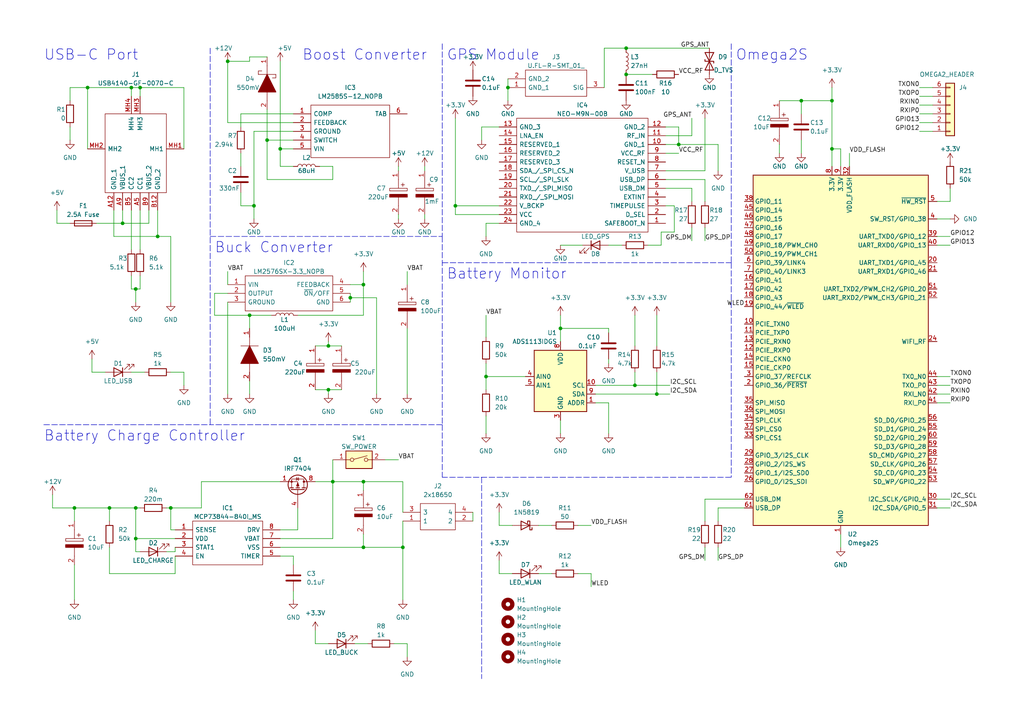
<source format=kicad_sch>
(kicad_sch (version 20211123) (generator eeschema)
  (paper "A4")
  (junction (at 147.32 25.4))
  (junction (at 77.47 40.64))
  (junction (at 132.08 59.69))
  (junction (at 241.3 43.18))
  (junction (at 39.37 147.32))
  (junction (at 101.6 86.36))
  (junction (at 72.39 91.44))
  (junction (at 241.3 29.21))
  (junction (at 25.4 25.4))
  (junction (at 190.5 114.3))
  (junction (at 162.56 95.25))
  (junction (at 184.15 111.76))
  (junction (at 39.37 83.82))
  (junction (at 73.66 59.69))
  (junction (at 66.04 17.78))
  (junction (at 96.52 139.7))
  (junction (at 21.59 147.32))
  (junction (at 181.61 21.59))
  (junction (at 105.41 139.7))
  (junction (at 31.75 147.32))
  (junction (at 116.84 158.75))
  (junction (at 105.41 158.75))
  (junction (at 39.37 156.21))
  (junction (at 35.56 64.77))
  (junction (at 95.25 113.03))
  (junction (at 105.41 82.55))
  (junction (at 45.72 68.58))
  (junction (at 232.41 29.21))
  (junction (at 181.61 13.97))
  (junction (at 40.64 25.4))
  (junction (at 196.85 41.91))
  (junction (at 38.1 25.4))
  (junction (at 81.28 43.18))
  (junction (at 140.97 109.22))
  (junction (at 95.25 100.33))
  (junction (at 49.53 147.32))
  (wire (pts (xy 176.53 116.84) (xy 176.53 125.73)))
  (wire (pts (xy 35.56 60.96) (xy 35.56 64.77)))
  (wire (pts (xy 73.66 63.5) (xy 73.66 59.69)))
  (wire (pts (xy 66.04 35.56) (xy 66.04 17.78)))
  (wire (pts (xy 72.39 110.49) (xy 72.39 114.3)))
  (wire (pts (xy 106.68 186.69) (xy 102.87 186.69)))
  (wire (pts (xy 115.57 62.23) (xy 115.57 63.5)))
  (wire (pts (xy 25.4 25.4) (xy 25.4 43.18)))
  (wire (pts (xy 62.23 91.44) (xy 72.39 91.44)))
  (polyline (pts (xy 60.96 68.58) (xy 128.27 68.58)))
  (wire (pts (xy 176.53 95.25) (xy 176.53 96.52)))
  (wire (pts (xy 69.85 59.69) (xy 73.66 59.69)))
  (wire (pts (xy 21.59 147.32) (xy 31.75 147.32)))
  (wire (pts (xy 144.78 166.37) (xy 148.59 166.37)))
  (wire (pts (xy 215.9 147.32) (xy 208.28 147.32)))
  (wire (pts (xy 62.23 85.09) (xy 66.04 85.09)))
  (wire (pts (xy 204.47 162.56) (xy 204.47 158.75)))
  (wire (pts (xy 96.52 133.35) (xy 96.52 139.7)))
  (polyline (pts (xy 128.27 68.58) (xy 128.27 123.19)))
  (wire (pts (xy 16.51 64.77) (xy 20.32 64.77)))
  (wire (pts (xy 26.67 107.95) (xy 30.48 107.95)))
  (wire (pts (xy 38.1 83.82) (xy 39.37 83.82)))
  (wire (pts (xy 38.1 25.4) (xy 38.1 27.94)))
  (polyline (pts (xy 139.7 138.43) (xy 139.7 196.85)))
  (wire (pts (xy 95.25 100.33) (xy 99.06 100.33)))
  (wire (pts (xy 144.78 148.59) (xy 144.78 152.4)))
  (wire (pts (xy 39.37 156.21) (xy 39.37 147.32)))
  (polyline (pts (xy 60.96 13.97) (xy 60.96 123.19)))
  (wire (pts (xy 162.56 95.25) (xy 162.56 99.06)))
  (wire (pts (xy 81.28 43.18) (xy 81.28 48.26)))
  (wire (pts (xy 53.34 107.95) (xy 49.53 107.95)))
  (polyline (pts (xy 128.27 123.19) (xy 128.27 138.43)))
  (wire (pts (xy 91.44 186.69) (xy 95.25 186.69)))
  (wire (pts (xy 195.58 59.69) (xy 195.58 67.31)))
  (wire (pts (xy 85.09 161.29) (xy 85.09 163.83)))
  (wire (pts (xy 115.57 133.35) (xy 111.76 133.35)))
  (wire (pts (xy 208.28 41.91) (xy 196.85 41.91)))
  (wire (pts (xy 123.19 62.23) (xy 123.19 63.5)))
  (wire (pts (xy 271.78 144.78) (xy 275.59 144.78)))
  (wire (pts (xy 144.78 162.56) (xy 144.78 166.37)))
  (wire (pts (xy 27.94 64.77) (xy 35.56 64.77)))
  (wire (pts (xy 243.84 43.18) (xy 241.3 43.18)))
  (wire (pts (xy 266.7 38.1) (xy 270.51 38.1)))
  (wire (pts (xy 226.06 29.21) (xy 232.41 29.21)))
  (wire (pts (xy 96.52 139.7) (xy 105.41 139.7)))
  (wire (pts (xy 132.08 62.23) (xy 144.78 62.23)))
  (wire (pts (xy 73.66 38.1) (xy 85.09 38.1)))
  (wire (pts (xy 26.67 104.14) (xy 26.67 107.95)))
  (wire (pts (xy 77.47 16.51) (xy 72.39 16.51)))
  (wire (pts (xy 232.41 29.21) (xy 232.41 33.02)))
  (polyline (pts (xy 212.09 138.43) (xy 128.27 138.43)))
  (wire (pts (xy 33.02 60.96) (xy 33.02 68.58)))
  (wire (pts (xy 123.19 48.26) (xy 123.19 49.53)))
  (wire (pts (xy 266.7 30.48) (xy 270.51 30.48)))
  (wire (pts (xy 39.37 87.63) (xy 39.37 83.82)))
  (wire (pts (xy 31.75 158.75) (xy 31.75 166.37)))
  (wire (pts (xy 160.02 152.4) (xy 156.21 152.4)))
  (wire (pts (xy 69.85 33.02) (xy 85.09 33.02)))
  (wire (pts (xy 118.11 186.69) (xy 114.3 186.69)))
  (wire (pts (xy 40.64 25.4) (xy 38.1 25.4)))
  (wire (pts (xy 41.91 107.95) (xy 38.1 107.95)))
  (wire (pts (xy 72.39 91.44) (xy 72.39 95.25)))
  (wire (pts (xy 105.41 82.55) (xy 105.41 91.44)))
  (wire (pts (xy 20.32 29.21) (xy 20.32 25.4)))
  (wire (pts (xy 200.66 54.61) (xy 200.66 58.42)))
  (wire (pts (xy 140.97 68.58) (xy 140.97 64.77)))
  (wire (pts (xy 139.7 36.83) (xy 144.78 36.83)))
  (wire (pts (xy 275.59 109.22) (xy 271.78 109.22)))
  (wire (pts (xy 95.25 113.03) (xy 95.25 114.3)))
  (wire (pts (xy 191.77 67.31) (xy 191.77 71.12)))
  (wire (pts (xy 275.59 68.58) (xy 271.78 68.58)))
  (wire (pts (xy 53.34 43.18) (xy 53.34 25.4)))
  (wire (pts (xy 275.59 111.76) (xy 271.78 111.76)))
  (wire (pts (xy 208.28 162.56) (xy 208.28 158.75)))
  (wire (pts (xy 95.25 99.06) (xy 95.25 100.33)))
  (wire (pts (xy 190.5 107.95) (xy 190.5 114.3)))
  (wire (pts (xy 72.39 91.44) (xy 78.74 91.44)))
  (wire (pts (xy 105.41 154.94) (xy 105.41 158.75)))
  (wire (pts (xy 62.23 85.09) (xy 62.23 91.44)))
  (wire (pts (xy 246.38 44.45) (xy 246.38 48.26)))
  (wire (pts (xy 49.53 147.32) (xy 49.53 153.67)))
  (wire (pts (xy 172.72 111.76) (xy 184.15 111.76)))
  (wire (pts (xy 266.7 25.4) (xy 270.51 25.4)))
  (wire (pts (xy 208.28 147.32) (xy 208.28 151.13)))
  (wire (pts (xy 275.59 116.84) (xy 271.78 116.84)))
  (wire (pts (xy 38.1 72.39) (xy 38.1 60.96)))
  (wire (pts (xy 105.41 158.75) (xy 116.84 158.75)))
  (wire (pts (xy 226.06 41.91) (xy 226.06 44.45)))
  (wire (pts (xy 184.15 107.95) (xy 184.15 111.76)))
  (wire (pts (xy 40.64 160.02) (xy 39.37 160.02)))
  (wire (pts (xy 147.32 22.86) (xy 147.32 25.4)))
  (wire (pts (xy 196.85 44.45) (xy 193.04 44.45)))
  (wire (pts (xy 40.64 72.39) (xy 40.64 60.96)))
  (wire (pts (xy 31.75 166.37) (xy 50.8 166.37)))
  (wire (pts (xy 58.42 139.7) (xy 81.28 139.7)))
  (wire (pts (xy 243.84 48.26) (xy 243.84 43.18)))
  (wire (pts (xy 171.45 166.37) (xy 167.64 166.37)))
  (wire (pts (xy 53.34 25.4) (xy 40.64 25.4)))
  (wire (pts (xy 275.59 58.42) (xy 271.78 58.42)))
  (wire (pts (xy 105.41 139.7) (xy 116.84 139.7)))
  (polyline (pts (xy 128.27 123.19) (xy 60.96 123.19)))
  (wire (pts (xy 204.47 34.29) (xy 204.47 49.53)))
  (wire (pts (xy 20.32 25.4) (xy 25.4 25.4)))
  (wire (pts (xy 215.9 144.78) (xy 204.47 144.78)))
  (wire (pts (xy 72.39 17.78) (xy 66.04 17.78)))
  (wire (pts (xy 162.56 71.12) (xy 168.91 71.12)))
  (wire (pts (xy 204.47 144.78) (xy 204.47 151.13)))
  (wire (pts (xy 38.1 80.01) (xy 38.1 83.82)))
  (wire (pts (xy 81.28 17.78) (xy 81.28 43.18)))
  (wire (pts (xy 140.97 109.22) (xy 140.97 113.03)))
  (wire (pts (xy 275.59 71.12) (xy 271.78 71.12)))
  (wire (pts (xy 35.56 64.77) (xy 43.18 64.77)))
  (wire (pts (xy 85.09 35.56) (xy 66.04 35.56)))
  (wire (pts (xy 40.64 83.82) (xy 40.64 80.01)))
  (wire (pts (xy 193.04 36.83) (xy 196.85 36.83)))
  (wire (pts (xy 140.97 109.22) (xy 152.4 109.22)))
  (wire (pts (xy 39.37 147.32) (xy 40.64 147.32)))
  (wire (pts (xy 162.56 95.25) (xy 176.53 95.25)))
  (wire (pts (xy 69.85 44.45) (xy 69.85 48.26)))
  (wire (pts (xy 105.41 78.74) (xy 105.41 82.55)))
  (wire (pts (xy 15.24 143.51) (xy 15.24 147.32)))
  (wire (pts (xy 140.97 64.77) (xy 144.78 64.77)))
  (wire (pts (xy 39.37 156.21) (xy 50.8 156.21)))
  (wire (pts (xy 96.52 139.7) (xy 96.52 156.21)))
  (wire (pts (xy 72.39 16.51) (xy 72.39 17.78)))
  (wire (pts (xy 43.18 64.77) (xy 43.18 60.96)))
  (wire (pts (xy 180.34 71.12) (xy 176.53 71.12)))
  (wire (pts (xy 48.26 147.32) (xy 49.53 147.32)))
  (wire (pts (xy 109.22 114.3) (xy 109.22 86.36)))
  (wire (pts (xy 200.66 69.85) (xy 200.66 66.04)))
  (wire (pts (xy 81.28 43.18) (xy 85.09 43.18)))
  (wire (pts (xy 81.28 48.26) (xy 85.09 48.26)))
  (wire (pts (xy 91.44 139.7) (xy 96.52 139.7)))
  (wire (pts (xy 200.66 34.29) (xy 200.66 39.37)))
  (wire (pts (xy 275.59 114.3) (xy 271.78 114.3)))
  (wire (pts (xy 81.28 161.29) (xy 85.09 161.29)))
  (wire (pts (xy 86.36 91.44) (xy 105.41 91.44)))
  (wire (pts (xy 204.47 52.07) (xy 204.47 58.42)))
  (wire (pts (xy 69.85 36.83) (xy 69.85 33.02)))
  (wire (pts (xy 266.7 33.02) (xy 270.51 33.02)))
  (wire (pts (xy 109.22 86.36) (xy 101.6 86.36)))
  (wire (pts (xy 196.85 36.83) (xy 196.85 41.91)))
  (wire (pts (xy 66.04 78.74) (xy 66.04 82.55)))
  (wire (pts (xy 21.59 151.13) (xy 21.59 147.32)))
  (wire (pts (xy 77.47 52.07) (xy 96.52 52.07)))
  (wire (pts (xy 86.36 147.32) (xy 86.36 153.67)))
  (wire (pts (xy 91.44 182.88) (xy 91.44 186.69)))
  (wire (pts (xy 187.96 71.12) (xy 191.77 71.12)))
  (wire (pts (xy 162.56 125.73) (xy 162.56 121.92)))
  (wire (pts (xy 193.04 54.61) (xy 200.66 54.61)))
  (wire (pts (xy 73.66 38.1) (xy 73.66 59.69)))
  (wire (pts (xy 171.45 152.4) (xy 167.64 152.4)))
  (wire (pts (xy 184.15 91.44) (xy 184.15 100.33)))
  (wire (pts (xy 116.84 151.13) (xy 116.84 158.75)))
  (wire (pts (xy 118.11 78.74) (xy 118.11 82.55)))
  (wire (pts (xy 116.84 139.7) (xy 116.84 148.59)))
  (wire (pts (xy 15.24 147.32) (xy 21.59 147.32)))
  (wire (pts (xy 132.08 59.69) (xy 144.78 59.69)))
  (wire (pts (xy 160.02 166.37) (xy 156.21 166.37)))
  (wire (pts (xy 137.16 148.59) (xy 137.16 151.13)))
  (wire (pts (xy 175.26 13.97) (xy 175.26 25.4)))
  (wire (pts (xy 271.78 63.5) (xy 275.59 63.5)))
  (wire (pts (xy 241.3 29.21) (xy 241.3 43.18)))
  (wire (pts (xy 20.32 40.64) (xy 20.32 36.83)))
  (wire (pts (xy 33.02 68.58) (xy 45.72 68.58)))
  (wire (pts (xy 266.7 35.56) (xy 270.51 35.56)))
  (wire (pts (xy 200.66 39.37) (xy 193.04 39.37)))
  (polyline (pts (xy 128.27 12.7) (xy 128.27 68.58)))
  (wire (pts (xy 101.6 86.36) (xy 101.6 87.63)))
  (wire (pts (xy 66.04 87.63) (xy 66.04 114.3)))
  (wire (pts (xy 195.58 67.31) (xy 191.77 67.31)))
  (wire (pts (xy 53.34 111.76) (xy 53.34 107.95)))
  (wire (pts (xy 91.44 100.33) (xy 95.25 100.33)))
  (wire (pts (xy 48.26 160.02) (xy 50.8 160.02)))
  (wire (pts (xy 275.59 54.61) (xy 275.59 58.42)))
  (wire (pts (xy 116.84 158.75) (xy 116.84 173.99)))
  (wire (pts (xy 31.75 147.32) (xy 39.37 147.32)))
  (wire (pts (xy 144.78 152.4) (xy 148.59 152.4)))
  (wire (pts (xy 115.57 48.26) (xy 115.57 49.53)))
  (wire (pts (xy 171.45 170.18) (xy 171.45 166.37)))
  (wire (pts (xy 118.11 95.25) (xy 118.11 114.3)))
  (wire (pts (xy 241.3 29.21) (xy 232.41 29.21)))
  (wire (pts (xy 81.28 158.75) (xy 105.41 158.75)))
  (wire (pts (xy 132.08 34.29) (xy 132.08 59.69)))
  (wire (pts (xy 77.47 52.07) (xy 77.47 40.64)))
  (wire (pts (xy 243.84 158.75) (xy 243.84 154.94)))
  (wire (pts (xy 181.61 13.97) (xy 205.74 13.97)))
  (wire (pts (xy 139.7 40.64) (xy 139.7 36.83)))
  (wire (pts (xy 193.04 49.53) (xy 204.47 49.53)))
  (wire (pts (xy 45.72 68.58) (xy 45.72 60.96)))
  (wire (pts (xy 147.32 29.21) (xy 147.32 25.4)))
  (wire (pts (xy 49.53 147.32) (xy 58.42 147.32)))
  (wire (pts (xy 266.7 27.94) (xy 270.51 27.94)))
  (wire (pts (xy 140.97 91.44) (xy 140.97 97.79)))
  (wire (pts (xy 77.47 40.64) (xy 85.09 40.64)))
  (wire (pts (xy 118.11 190.5) (xy 118.11 186.69)))
  (wire (pts (xy 45.72 68.58) (xy 49.53 68.58)))
  (wire (pts (xy 39.37 83.82) (xy 40.64 83.82)))
  (wire (pts (xy 69.85 59.69) (xy 69.85 55.88)))
  (wire (pts (xy 21.59 163.83) (xy 21.59 173.99)))
  (polyline (pts (xy 212.09 12.7) (xy 212.09 76.2)))
  (wire (pts (xy 40.64 27.94) (xy 40.64 25.4)))
  (wire (pts (xy 31.75 147.32) (xy 31.75 151.13)))
  (wire (pts (xy 95.25 113.03) (xy 99.06 113.03)))
  (wire (pts (xy 50.8 166.37) (xy 50.8 161.29)))
  (wire (pts (xy 176.53 104.14) (xy 176.53 105.41)))
  (wire (pts (xy 241.3 25.4) (xy 241.3 29.21)))
  (wire (pts (xy 39.37 160.02) (xy 39.37 156.21)))
  (wire (pts (xy 77.47 31.75) (xy 77.47 40.64)))
  (wire (pts (xy 92.71 48.26) (xy 96.52 48.26)))
  (wire (pts (xy 193.04 52.07) (xy 204.47 52.07)))
  (wire (pts (xy 208.28 49.53) (xy 208.28 41.91)))
  (wire (pts (xy 175.26 13.97) (xy 181.61 13.97)))
  (wire (pts (xy 58.42 147.32) (xy 58.42 139.7)))
  (wire (pts (xy 232.41 44.45) (xy 232.41 40.64)))
  (wire (pts (xy 132.08 59.69) (xy 132.08 62.23)))
  (wire (pts (xy 96.52 48.26) (xy 96.52 52.07)))
  (wire (pts (xy 190.5 91.44) (xy 190.5 100.33)))
  (wire (pts (xy 190.5 114.3) (xy 194.31 114.3)))
  (wire (pts (xy 38.1 25.4) (xy 25.4 25.4)))
  (wire (pts (xy 91.44 113.03) (xy 95.25 113.03)))
  (wire (pts (xy 101.6 85.09) (xy 101.6 86.36)))
  (wire (pts (xy 96.52 156.21) (xy 81.28 156.21)))
  (wire (pts (xy 105.41 139.7) (xy 105.41 142.24)))
  (polyline (pts (xy 128.27 76.2) (xy 212.09 76.2)))
  (wire (pts (xy 85.09 173.99) (xy 85.09 171.45)))
  (wire (pts (xy 140.97 120.65) (xy 140.97 125.73)))
  (polyline (pts (xy 212.09 76.2) (xy 212.09 138.43)))
  (wire (pts (xy 49.53 153.67) (xy 50.8 153.67)))
  (wire (pts (xy 16.51 60.96) (xy 16.51 64.77)))
  (wire (pts (xy 86.36 153.67) (xy 81.28 153.67)))
  (wire (pts (xy 140.97 105.41) (xy 140.97 109.22)))
  (polyline (pts (xy 12.7 123.19) (xy 60.96 123.19)))
  (wire (pts (xy 172.72 116.84) (xy 176.53 116.84)))
  (wire (pts (xy 241.3 43.18) (xy 241.3 48.26)))
  (wire (pts (xy 49.53 68.58) (xy 49.53 87.63)))
  (wire (pts (xy 162.56 91.44) (xy 162.56 95.25)))
  (wire (pts (xy 204.47 69.85) (xy 204.47 66.04)))
  (wire (pts (xy 50.8 158.75) (xy 50.8 160.02)))
  (wire (pts (xy 271.78 147.32) (xy 275.59 147.32)))
  (wire (pts (xy 184.15 111.76) (xy 194.31 111.76)))
  (wire (pts (xy 105.41 82.55) (xy 101.6 82.55)))
  (wire (pts (xy 181.61 21.59) (xy 189.23 21.59)))
  (wire (pts (xy 193.04 41.91) (xy 196.85 41.91)))
  (wire (pts (xy 193.04 59.69) (xy 195.58 59.69)))
  (wire (pts (xy 172.72 114.3) (xy 190.5 114.3)))
  (text "Boost Converter" (at 87.63 17.78 0) (effects (font (size 3 3)) (justify left bottom)))
  (text "Buck Converter\n" (at 62.23 73.66 0) (effects (font (size 3 3)) (justify left bottom)))
  (text "Battery Monitor\n" (at 129.54 81.28 0) (effects (font (size 3 3)) (justify left bottom)))
  (text "GPS Module\n" (at 129.54 17.78 0) (effects (font (size 3 3)) (justify left bottom)))
  (text "Battery Charge Controller" (at 12.7 128.27 0) (effects (font (size 3 3)) (justify left bottom)))
  (text "USB-C Port" (at 12.7 17.78 0) (effects (font (size 3 3)) (justify left bottom)))
  (text "Omega2S\n" (at 213.36 17.78 0) (effects (font (size 3 3)) (justify left bottom)))
  (label "I2C_SCL" (at 194.31 111.76 0))
  (label "I2C_SCL" (at 275.59 144.78 0))
  (label "WLED" (at 171.45 170.18 0))
  (label "GPIO12" (at 275.59 68.58 0))
  (label "TXON0" (at 275.59 109.22 0))
  (label "VBAT" (at 118.11 78.74 0))
  (label "RXIN0" (at 266.7 30.48 180))
  (label "TXON0" (at 266.7 25.4 180))
  (label "TXOP0" (at 266.7 27.94 180))
  (label "GPS_ANT" (at 200.66 34.29 180))
  (label "GPS_DM" (at 204.47 162.56 180))
  (label "TXOP0" (at 275.59 111.76 0))
  (label "GPS_ANT" (at 205.74 13.97 180))
  (label "GPS_DM" (at 200.66 69.85 180))
  (label "I2C_SDA" (at 194.31 114.3 0))
  (label "VBAT" (at 115.57 133.35 0))
  (label "RXIP0" (at 275.59 116.84 0))
  (label "GPS_DP" (at 208.28 162.56 0))
  (label "VDD_FLASH" (at 171.45 152.4 0))
  (label "VCC_RF" (at 196.85 21.59 0))
  (label "RXIN0" (at 275.59 114.3 0))
  (label "VBAT" (at 66.04 78.74 0))
  (label "VCC_RF" (at 196.85 44.45 0))
  (label "GPIO12" (at 266.7 38.1 180))
  (label "I2C_SDA" (at 275.59 147.32 0))
  (label "GPIO13" (at 266.7 35.56 180))
  (label "GPIO13" (at 275.59 71.12 0))
  (label "VBAT" (at 140.97 91.44 0))
  (label "GPS_DP" (at 204.47 69.85 0))
  (label "RXIP0" (at 266.7 33.02 180))
  (label "WLED" (at 215.9 88.9 180))
  (label "VDD_FLASH" (at 246.38 44.45 0))
  (symbol (lib_id "Device:L") (at 88.9 48.26 90) (unit 1)
    (property "Reference" "L2" (at 88.9 45.72 90))
    (property "Value" "68uH" (at 88.9 49.53 90))
    (property "Footprint" "MSS1210-683MED:INDPM120120X1020N" (effects hide))
  )
  (symbol (lib_id "EEE-FN1E100R:EEE-FN1E100R") (at 226.06 29.21 270) (unit 1)
    (property "Reference" "C12" (at 219.71 34.29 90) (effects (justify left)))
    (property "Value" "10uF" (at 218.44 36.83 90) (effects (justify left)))
    (property "Footprint" "KiCad:EEE1AA220WR" (effects hide))
    (property "Datasheet" "http://industrial.panasonic.com/cdbs/www-data/pdf/RDE0000/RDE0000C1259.pdf" (effects hide))
    (property "Description" "Aluminium Electrolytic Capacitors - SMD 25VDC 10uF 20% 90mA" (effects hide))
    (property "Height" "5.5" (effects hide))
    (property "Manufacturer_Name" "Panasonic" (effects hide))
    (property "Manufacturer_Part_Number" "EEE-FN1E100R" (effects hide))
    (property "Mouser Part Number" "667-EEE-FN1E100R" (effects hide))
    (property "Mouser Price/Stock" "https://www.mouser.co.uk/ProductDetail/Panasonic/EEE-FN1E100R?qs=OlC7AqGiEDkJahBA3q2Lvg%3D%3D" (effects hide))
    (property "Arrow Part Number" "EEE-FN1E100R" (effects hide))
    (property "Arrow Price/Stock" "https://www.arrow.com/en/products/eee-fn1e100r/panasonic" (effects hide))
  )
  (symbol (lib_id "Device:R") (at 110.49 186.69 90) (unit 1)
    (property "Reference" "R8" (at 110.49 181.61 90))
    (property "Value" "1k" (at 110.49 184.15 90))
    (property "Footprint" "Resistor_SMD:R_0603_1608Metric_Pad0.98x0.95mm_HandSolder" (effects hide))
  )
  (symbol (lib_id "power:GND") (at 53.34 111.76 0) (unit 1)
    (property "Reference" "#PWR09" (effects hide))
    (property "Value" "GND" (at 53.34 116.84 0))
  )
  (symbol (lib_id "power:GND") (at 176.53 105.41 0) (unit 1)
    (property "Reference" "#PWR039" (effects hide))
    (property "Value" "GND" (at 176.53 110.49 0))
  )
  (symbol (lib_id "Mechanical:MountingHole") (at 147.32 175.26 0) (unit 1)
    (property "Reference" "H1" (at 149.86 173.9899 0) (effects (justify left)))
    (property "Value" "MountingHole" (at 149.86 176.5299 0) (effects (justify left)))
    (property "Footprint" "MountingHole:MountingHole_3.2mm_M3" (effects hide))
  )
  (symbol (lib_id "Device:R") (at 208.28 154.94 0) (unit 1)
    (property "Reference" "R20" (at 209.55 153.67 0) (effects (justify left)))
    (property "Value" "22" (at 209.55 156.21 0) (effects (justify left)))
    (property "Footprint" "Resistor_SMD:R_0603_1608Metric_Pad0.98x0.95mm_HandSolder" (effects hide))
  )
  (symbol (lib_id "power:GND") (at 232.41 44.45 0) (unit 1)
    (property "Reference" "#PWR047" (effects hide))
    (property "Value" "GND" (at 232.41 48.26 0))
  )
  (symbol (lib_id "power:+3.3V") (at 95.25 99.06 0) (unit 1)
    (property "Reference" "#PWR018" (effects hide))
    (property "Value" "+3.3V" (at 95.25 93.98 0))
  )
  (symbol (lib_id "Device:R") (at 275.59 50.8 0) (unit 1)
    (property "Reference" "R21" (at 278.13 49.5299 0) (effects (justify left)))
    (property "Value" "50k" (at 278.13 52.0699 0) (effects (justify left)))
    (property "Footprint" "Resistor_SMD:R_0603_1608Metric_Pad0.98x0.95mm_HandSolder" (effects hide))
  )
  (symbol (lib_id "power:GND") (at 49.53 87.63 0) (unit 1)
    (property "Reference" "#PWR0104" (effects hide))
    (property "Value" "GND" (at 49.53 92.71 0))
  )
  (symbol (lib_id "power:+3.3V") (at 190.5 91.44 0) (unit 1)
    (property "Reference" "#PWR043" (effects hide))
    (property "Value" "+3.3V" (at 190.5 86.36 0))
  )
  (symbol (lib_id "power:GND") (at 176.53 125.73 0) (unit 1)
    (property "Reference" "#PWR040" (effects hide))
    (property "Value" "GND" (at 176.53 130.81 0))
  )
  (symbol (lib_id "power:GND") (at 243.84 158.75 0) (unit 1)
    (property "Reference" "#PWR049" (effects hide))
    (property "Value" "GND" (at 243.84 163.83 0))
  )
  (symbol (lib_id "power:+3.3V") (at 144.78 162.56 0) (unit 1)
    (property "Reference" "#PWR034" (effects hide))
    (property "Value" "+3.3V" (at 144.78 157.48 0))
  )
  (symbol (lib_id "power:GND") (at 72.39 114.3 0) (unit 1)
    (property "Reference" "#PWR013" (effects hide))
    (property "Value" "GND" (at 72.39 119.38 0))
  )
  (symbol (lib_id "Device:R") (at 184.15 71.12 90) (unit 1)
    (property "Reference" "R13" (at 184.15 68.58 90))
    (property "Value" "1k" (at 184.15 73.66 90))
    (property "Footprint" "Resistor_SMD:R_0603_1608Metric_Pad0.98x0.95mm_HandSolder" (effects hide))
  )
  (symbol (lib_id "power:GND") (at 115.57 63.5 0) (unit 1)
    (property "Reference" "#PWR023" (effects hide))
    (property "Value" "GND" (at 115.57 67.31 0))
  )
  (symbol (lib_id "power:GND") (at 85.09 173.99 0) (unit 1)
    (property "Reference" "#PWR016" (effects hide))
    (property "Value" "GND" (at 85.09 179.07 0))
  )
  (symbol (lib_id "UUD1C221MCL1GS:UUD1C221MCL1GS") (at 91.44 100.33 270) (unit 1)
    (property "Reference" "C4" (at 85.09 105.41 90) (effects (justify left)))
    (property "Value" "220uF" (at 82.55 107.95 90) (effects (justify left)))
    (property "Footprint" "UUD1C221MCL1GS:CAPAE660X800N" (effects hide))
    (property "Datasheet" "http://www.mouser.com/datasheet/2/293/e-uud-1513238.pdf" (effects hide))
    (property "Description" "Nichicon 220uF 16 V Aluminium Electrolytic Capacitor, UD Series 2000h 6.3 Dia. x 7.7mm" (effects hide))
    (property "Height" "8" (effects hide))
    (property "Manufacturer_Name" "Nichicon" (effects hide))
    (property "Manufacturer_Part_Number" "UUD1C221MCL1GS" (effects hide))
    (property "Mouser Part Number" "647-UUD1C221MCL" (effects hide))
    (property "Mouser Price/Stock" "https://www.mouser.co.uk/ProductDetail/Nichicon/UUD1C221MCL1GS?qs=BJlw7L4Cy78LNN5S2Zav%252BA%3D%3D" (effects hide))
    (property "Arrow Part Number" "UUD1C221MCL1GS" (effects hide))
    (property "Arrow Price/Stock" "https://www.arrow.com/en/products/uud1c221mcl1gs/nichicon" (effects hide))
  )
  (symbol (lib_id "power:GND") (at 95.25 114.3 0) (unit 1)
    (property "Reference" "#PWR019" (effects hide))
    (property "Value" "GND" (at 95.25 119.38 0))
  )
  (symbol (lib_id "Boost_Converter_12v:LM2585S-12_NOPB") (at 85.09 33.02 0) (unit 1)
    (property "Reference" "IC3" (at 101.6 25.4 0))
    (property "Value" "LM2585S-12_NOPB" (at 101.6 27.94 0))
    (property "Footprint" "LM2585S-12_NOPB:TO170P1435X465-6N" (effects hide))
    (property "Datasheet" "http://www.ti.com/lit/ds/symlink/lm2585.pdf" (effects hide))
    (property "Description" "SIMPLE SWITCHER&#174; 4V to 40V, 3A Step-Up Wide Vin Flyback Regulator" (effects hide))
    (property "Height" "4.65" (effects hide))
    (property "Manufacturer_Name" "Texas Instruments" (effects hide))
    (property "Manufacturer_Part_Number" "LM2585S-12/NOPB" (effects hide))
    (property "Mouser Part Number" "926-LM2585S-12/NOPB" (effects hide))
    (property "Mouser Price/Stock" "https://www.mouser.co.uk/ProductDetail/Texas-Instruments/LM2585S-12-NOPB?qs=X1J7HmVL2ZFSZREeIHoaGA%3D%3D" (effects hide))
    (property "Arrow Part Number" "LM2585S-12/NOPB" (effects hide))
    (property "Arrow Price/Stock" "https://www.arrow.com/en/products/lm2585s-12nopb/texas-instruments?region=nac" (effects hide))
  )
  (symbol (lib_id "Device:R") (at 69.85 40.64 180) (unit 1)
    (property "Reference" "R7" (at 66.04 39.37 0) (effects (justify right)))
    (property "Value" "2.94k" (at 62.23 41.91 0) (effects (justify right)))
    (property "Footprint" "Resistor_SMD:R_0603_1608Metric_Pad0.98x0.95mm_HandSolder" (effects hide))
  )
  (symbol (lib_id "power:GND") (at 140.97 125.73 0) (unit 1)
    (property "Reference" "#PWR032" (effects hide))
    (property "Value" "GND" (at 140.97 130.81 0))
  )
  (symbol (lib_id "power:GND") (at 73.66 63.5 0) (unit 1)
    (property "Reference" "#PWR014" (effects hide))
    (property "Value" "GND" (at 73.66 67.31 0))
  )
  (symbol (lib_id "power:+5V") (at 16.51 60.96 0) (unit 1)
    (property "Reference" "#PWR0102" (effects hide))
    (property "Value" "+5V" (at 16.51 55.88 0))
  )
  (symbol (lib_id "B520C-13-F:B520C-13-F") (at 72.39 95.25 270) (unit 1)
    (property "Reference" "D3" (at 76.2 101.5999 90) (effects (justify left)))
    (property "Value" "550mV" (at 76.2 104.1399 90) (effects (justify left)))
    (property "Footprint" "B520C-13-F:DIOM7959X250N" (effects hide))
    (property "Datasheet" "https://www.mouser.com/datasheet/2/115/ds13012-73423.pdf" (effects hide))
    (property "Description" "Schottky Diodes & Rectifiers 20V 5A" (effects hide))
    (property "Height" "2.5" (effects hide))
    (property "Manufacturer_Name" "Diodes Inc." (effects hide))
    (property "Manufacturer_Part_Number" "B520C-13-F" (effects hide))
    (property "Mouser Part Number" "621-B520C-F" (effects hide))
    (property "Mouser Price/Stock" "https://www.mouser.co.uk/ProductDetail/Diodes-Incorporated/B520C-13-F?qs=M9x7oF%252BgWA8vHz6ClNP3LA%3D%3D" (effects hide))
    (property "Arrow Part Number" "B520C-13-F" (effects hide))
    (property "Arrow Price/Stock" "https://www.arrow.com/en/products/b520c-13-f/diodes-incorporated" (effects hide))
  )
  (symbol (lib_id "Device:LED") (at 44.45 160.02 180) (unit 1)
    (property "Reference" "D2" (at 44.45 157.48 0))
    (property "Value" "LED_CHARGE" (at 44.45 162.56 0))
    (property "Footprint" "LED_SMD:LED_0805_2012Metric_Pad1.15x1.40mm_HandSolder" (effects hide))
  )
  (symbol (lib_id "MCU_Module:Omega2S") (at 243.84 101.6 0) (unit 1)
    (property "Reference" "U2" (at 245.8594 154.94 0) (effects (justify left)))
    (property "Value" "Omega2S" (at 245.8594 157.48 0) (effects (justify left)))
    (property "Footprint" "Module:Onion_Omega2S" (effects hide))
    (property "Datasheet" "https://github.com/OnionIoT/Omega2/raw/master/Documents/Omega2S%20Datasheet.pdf" (effects hide))
  )
  (symbol (lib_id "power:+3.3V") (at 241.3 25.4 0) (unit 1)
    (property "Reference" "#PWR048" (effects hide))
    (property "Value" "+3.3V" (at 241.3 20.32 0))
  )
  (symbol (lib_id "power:+5V") (at 81.28 17.78 0) (unit 1)
    (property "Reference" "#PWR015" (effects hide))
    (property "Value" "+5V" (at 82.55 13.97 0))
  )
  (symbol (lib_id "power:+12V") (at 66.04 17.78 0) (unit 1)
    (property "Reference" "#PWR011" (effects hide))
    (property "Value" "+12V" (at 64.77 13.97 0))
  )
  (symbol (lib_id "power:GND") (at 226.06 44.45 0) (unit 1)
    (property "Reference" "#PWR046" (effects hide))
    (property "Value" "GND" (at 226.06 48.26 0))
  )
  (symbol (lib_id "power:GND") (at 162.56 125.73 0) (unit 1)
    (property "Reference" "#PWR038" (effects hide))
    (property "Value" "GND" (at 162.56 130.81 0))
  )
  (symbol (lib_id "power:GND") (at 116.84 173.99 0) (unit 1)
    (property "Reference" "#PWR024" (effects hide))
    (property "Value" "GND" (at 116.84 179.07 0))
  )
  (symbol (lib_id "Device:R") (at 31.75 154.94 0) (unit 1)
    (property "Reference" "R2" (at 34.29 153.6699 0) (effects (justify left)))
    (property "Value" "50k" (at 34.29 156.2099 0) (effects (justify left)))
    (property "Footprint" "Resistor_SMD:R_0603_1608Metric_Pad0.98x0.95mm_HandSolder" (effects hide))
  )
  (symbol (lib_id "Device:R") (at 200.66 62.23 0) (unit 1)
    (property "Reference" "R17" (at 195.58 60.96 0) (effects (justify left)))
    (property "Value" "27" (at 196.85 63.5 0) (effects (justify left)))
    (property "Footprint" "Resistor_SMD:R_0603_1608Metric_Pad0.98x0.95mm_HandSolder" (effects hide))
  )
  (symbol (lib_id "power:GND") (at 208.28 49.53 0) (unit 1)
    (property "Reference" "#PWR045" (effects hide))
    (property "Value" "GND" (at 208.28 54.61 0))
  )
  (symbol (lib_id "power:GND") (at 118.11 114.3 0) (unit 1)
    (property "Reference" "#PWR025" (effects hide))
    (property "Value" "GND" (at 118.11 119.38 0))
  )
  (symbol (lib_id "USB4140-GF-0070-C:USB4140-GF-0070-C") (at 53.34 43.18 180) (unit 1)
    (property "Reference" "J1" (at 39.37 21.59 0))
    (property "Value" "USB4140-GF-0070-C" (at 39.37 24.13 0))
    (property "Footprint" "USB4140-GF-0070-C:USB4140GF0070C" (effects hide))
    (property "Datasheet" "https://gct.co/files/drawings/usb4140.pdf?v=497efcde-01c1-4614-ade4-1b2d7a03c886" (effects hide))
    (property "Description" "USB Connectors USB C Rec GF Vert 6P SMT 0.7mm TH stakes H 6.5mm" (effects hide))
    (property "Height" "6.7" (effects hide))
    (property "Manufacturer_Name" "GCT (GLOBAL CONNECTOR TECHNOLOGY)" (effects hide))
    (property "Manufacturer_Part_Number" "USB4140-GF-0070-C" (effects hide))
    (property "Mouser Part Number" "640-USB4140-GF-0070C" (effects hide))
    (property "Mouser Price/Stock" "https://www.mouser.co.uk/ProductDetail/GCT/USB4140-GF-0070-C?qs=Li%252BoUPsLEnvSB5aSpvSBUA%3D%3D" (effects hide))
  )
  (symbol (lib_id "power:+3.3V") (at 275.59 46.99 0) (unit 1)
    (property "Reference" "#PWR0109" (effects hide))
    (property "Value" "+3.3V" (at 275.59 43.18 0))
  )
  (symbol (lib_id "Device:R") (at 44.45 147.32 90) (unit 1)
    (property "Reference" "R4" (at 44.45 142.24 90))
    (property "Value" "220m" (at 44.45 144.78 90))
    (property "Footprint" "Resistor_SMD:R_0805_2012Metric_Pad1.20x1.40mm_HandSolder" (effects hide))
  )
  (symbol (lib_id "Device:C") (at 181.61 25.4 0) (unit 1)
    (property "Reference" "C11" (at 184.15 24.13 0) (effects (justify left)))
    (property "Value" "100nF" (at 184.15 26.67 0) (effects (justify left)))
    (property "Footprint" "Capacitor_SMD:C_0402_1005Metric_Pad0.74x0.62mm_HandSolder" (effects hide))
  )
  (symbol (lib_id "Buck_Converter:LM2576SX-3.3_NOPB") (at 66.04 82.55 0) (unit 1)
    (property "Reference" "IC2" (at 83.82 76.2 0))
    (property "Value" "LM2576SX-3.3_NOPB" (at 83.82 78.74 0))
    (property "Footprint" "LM2576SX-3.3_NOPB:KTT0005B" (effects hide))
    (property "Datasheet" "http://www.ti.com/lit/gpn/lm2576" (effects hide))
    (property "Description" "Switching Voltage Regulators 3A SD VTG Reg" (effects hide))
    (property "Manufacturer_Name" "Texas Instruments" (effects hide))
    (property "Manufacturer_Part_Number" "LM2576SX-3.3/NOPB" (effects hide))
    (property "Mouser Part Number" "926-LM2576SX33NOPB" (effects hide))
    (property "Mouser Price/Stock" "https://www.mouser.co.uk/ProductDetail/Texas-Instruments/LM2576SX-3.3-NOPB?qs=X1J7HmVL2ZFzojdYFRsjwg%3D%3D" (effects hide))
    (property "Arrow Part Number" "LM2576SX-3.3/NOPB" (effects hide))
    (property "Arrow Price/Stock" "https://www.arrow.com/en/products/lm2576sx-3.3nopb/texas-instruments?region=nac" (effects hide))
  )
  (symbol (lib_id "power:+3.3V") (at 132.08 34.29 0) (unit 1)
    (property "Reference" "#PWR029" (effects hide))
    (property "Value" "+3.3V" (at 132.08 30.48 0))
  )
  (symbol (lib_id "Mechanical:MountingHole") (at 147.32 190.5 0) (unit 1)
    (property "Reference" "H4" (at 149.86 189.2299 0) (effects (justify left)))
    (property "Value" "MountingHole" (at 149.86 191.7699 0) (effects (justify left)))
    (property "Footprint" "MountingHole:MountingHole_3.2mm_M3" (effects hide))
  )
  (symbol (lib_id "Charge_Controller:MCP73844-840I_MS") (at 50.8 153.67 0) (unit 1)
    (property "Reference" "IC1" (at 66.04 147.32 0))
    (property "Value" "MCP73844-840I_MS" (at 66.04 149.86 0))
    (property "Footprint" "MCP73844:SOP65P490X110-8N" (effects hide))
    (property "Datasheet" "http://ww1.microchip.com/downloads/en/DeviceDoc/21823D.pdf" (effects hide))
    (property "Description" "Li-Ion Charge Controller 8.4V MSOP8" (effects hide))
    (property "Height" "1.1" (effects hide))
    (property "Manufacturer_Name" "Microchip" (effects hide))
    (property "Manufacturer_Part_Number" "MCP73844-840I/MS" (effects hide))
    (property "Mouser Part Number" "579-MCP73844-840I/MS" (effects hide))
    (property "Mouser Price/Stock" "https://www.mouser.co.uk/ProductDetail/Microchip-Technology-Atmel/MCP73844-840I-MS?qs=XsNSACV0tdXlsRxVJ6xckQ%3D%3D" (effects hide))
    (property "Arrow Part Number" "MCP73844-840I/MS" (effects hide))
    (property "Arrow Price/Stock" "https://www.arrow.com/en/products/mcp73844-840ims/microchip-technology" (effects hide))
  )
  (symbol (lib_id "Device:D_TVS") (at 205.74 17.78 270) (unit 1)
    (property "Reference" "D9" (at 208.28 16.5099 90) (effects (justify left)))
    (property "Value" "D_TVS" (at 207.01 20.32 90) (effects (justify left)))
    (property "Footprint" "Diode_SMD:D_SOD-523" (effects hide))
  )
  (symbol (lib_id "power:GND") (at 21.59 173.99 0) (unit 1)
    (property "Reference" "#PWR03" (effects hide))
    (property "Value" "GND" (at 21.59 179.07 0))
  )
  (symbol (lib_id "power:GND") (at 39.37 87.63 0) (unit 1)
    (property "Reference" "#PWR0103" (effects hide))
    (property "Value" "GND" (at 39.37 92.71 0))
  )
  (symbol (lib_id "Analog_ADC:ADS1113IDGS") (at 162.56 111.76 0) (unit 1)
    (property "Reference" "U1" (at 158.75 96.52 0) (effects (justify left)))
    (property "Value" "ADS1113IDGS" (at 148.59 99.06 0) (effects (justify left)))
    (property "Footprint" "Package_SO:TSSOP-10_3x3mm_P0.5mm" (effects hide))
    (property "Datasheet" "http://www.ti.com/lit/ds/symlink/ads1113.pdf" (effects hide))
  )
  (symbol (lib_id "Device:R") (at 163.83 166.37 90) (unit 1)
    (property "Reference" "R12" (at 163.83 161.29 90))
    (property "Value" "1k" (at 163.83 163.83 90))
    (property "Footprint" "Resistor_SMD:R_0603_1608Metric_Pad0.98x0.95mm_HandSolder" (effects hide))
  )
  (symbol (lib_id "GPS:NEO-M9N-00B") (at 144.78 36.83 0) (unit 1)
    (property "Reference" "IC4" (at 168.91 30.48 0))
    (property "Value" "NEO-M9N-00B" (at 168.91 33.02 0))
    (property "Footprint" "NEO-M9N-00B:NEOM9N00B" (effects hide))
    (property "Datasheet" "https://www.u-blox.com/sites/default/files/NEO-M9N_DataSheet_%28UBX-19014285%29.pdf" (effects hide))
    (property "Description" "M9 standard precision module" (effects hide))
    (property "Height" "2.6" (effects hide))
    (property "Manufacturer_Name" "U-Blox" (effects hide))
    (property "Manufacturer_Part_Number" "NEO-M9N-00B" (effects hide))
    (property "Mouser Part Number" "377-NEO-M9N-00B" (effects hide))
    (property "Mouser Price/Stock" "https://www.mouser.co.uk/ProductDetail/u-blox/NEO-M9N-00B?qs=DPoM0jnrROVeJ6BHpcwcjw%3D%3D" (effects hide))
  )
  (symbol (lib_id "Device:R") (at 163.83 152.4 90) (unit 1)
    (property "Reference" "R11" (at 163.83 147.32 90))
    (property "Value" "50" (at 163.83 149.86 90))
    (property "Footprint" "Resistor_SMD:R_0603_1608Metric_Pad0.98x0.95mm_HandSolder" (effects hide))
  )
  (symbol (lib_id "Device:L") (at 181.61 17.78 0) (unit 1)
    (property "Reference" "L3" (at 182.88 16.5099 0) (effects (justify left)))
    (property "Value" "27nH" (at 182.88 19.0499 0) (effects (justify left)))
    (property "Footprint" "Inductor_SMD:L_0603_1608Metric_Pad1.05x0.95mm_HandSolder" (effects hide))
  )
  (symbol (lib_id "power:GND") (at 162.56 71.12 0) (unit 1)
    (property "Reference" "#PWR036" (effects hide))
    (property "Value" "GND" (at 162.56 74.93 0))
  )
  (symbol (lib_id "U.FL-R-SMT_01_:U.FL-R-SMT_01_") (at 175.26 25.4 180) (unit 1)
    (property "Reference" "J3" (at 161.29 16.51 0))
    (property "Value" "U.FL-R-SMT_01_" (at 161.29 19.05 0))
    (property "Footprint" "U.FL-R-SMT_01_:UFLRSMT01" (effects hide))
    (property "Datasheet" "https://componentsearchengine.com/Datasheets/2/U.FL-R-SMT(01).pdf" (effects hide))
    (property "Description" "Hirose 50 Straight Surface Mount, jack Ultra Small Surface Mount Coaxial Connectors - 1.9mm or 2.3mm, 2.4mm Mated Height" (effects hide))
    (property "Height" "1.25" (effects hide))
    (property "Manufacturer_Name" "Hirose" (effects hide))
    (property "Manufacturer_Part_Number" "U.FL-R-SMT(01)" (effects hide))
    (property "Mouser Part Number" "798-U.FL-R-SMT01" (effects hide))
    (property "Mouser Price/Stock" "https://www.mouser.co.uk/ProductDetail/Hirose-Connector/U.FL-R-SMT01?qs=Ux3WWAnHpjDV3tCCbDi65g%3D%3D" (effects hide))
  )
  (symbol (lib_id "Device:R") (at 190.5 104.14 0) (unit 1)
    (property "Reference" "R15" (at 191.77 102.87 0) (effects (justify left)))
    (property "Value" "4.7k" (at 191.77 105.41 0) (effects (justify left)))
    (property "Footprint" "Resistor_SMD:R_0603_1608Metric_Pad0.98x0.95mm_HandSolder" (effects hide))
  )
  (symbol (lib_id "Device:R") (at 40.64 76.2 0) (unit 1)
    (property "Reference" "R6" (at 43.18 74.9299 0) (effects (justify left)))
    (property "Value" "5.1k" (at 43.18 77.4699 0) (effects (justify left)))
    (property "Footprint" "Resistor_SMD:R_0603_1608Metric_Pad0.98x0.95mm_HandSolder" (effects hide))
  )
  (symbol (lib_id "power:GND") (at 20.32 40.64 0) (unit 1)
    (property "Reference" "#PWR0101" (effects hide))
    (property "Value" "GND" (at 20.32 45.72 0))
  )
  (symbol (lib_id "Mechanical:MountingHole") (at 147.32 185.42 0) (unit 1)
    (property "Reference" "H3" (at 149.86 184.1499 0) (effects (justify left)))
    (property "Value" "MountingHole" (at 149.86 186.6899 0) (effects (justify left)))
    (property "Footprint" "MountingHole:MountingHole_3.2mm_M3" (effects hide))
  )
  (symbol (lib_id "Switch:SW_DIP_x01") (at 104.14 133.35 0) (unit 1)
    (property "Reference" "SW1" (at 104.14 127 0))
    (property "Value" "SW_POWER" (at 104.14 129.54 0))
    (property "Footprint" "L101011MS02Q:CKC5106-ND" (effects hide))
  )
  (symbol (lib_id "power:+3.3V") (at 204.47 34.29 0) (unit 1)
    (property "Reference" "#PWR044" (effects hide))
    (property "Value" "+3.3V" (at 204.47 30.48 0))
  )
  (symbol (lib_id "Device:R") (at 20.32 33.02 180) (unit 1)
    (property "Reference" "R1" (at 19.05 31.75 0) (effects (justify left)))
    (property "Value" "0" (at 19.05 34.29 0) (effects (justify left)))
    (property "Footprint" "Resistor_SMD:R_0603_1608Metric_Pad0.98x0.95mm_HandSolder" (effects hide))
  )
  (symbol (lib_id "Device:C") (at 85.09 167.64 0) (unit 1)
    (property "Reference" "C3" (at 88.9 166.3699 0) (effects (justify left)))
    (property "Value" "0.1uF" (at 88.9 168.9099 0) (effects (justify left)))
    (property "Footprint" "Capacitor_SMD:C_1206_3216Metric_Pad1.33x1.80mm_HandSolder" (effects hide))
  )
  (symbol (lib_id "power:GND") (at 275.59 63.5 90) (unit 1)
    (property "Reference" "#PWR?" (effects hide))
    (property "Value" "GND" (at 279.4 63.4999 90) (effects (justify right)))
  )
  (symbol (lib_id "EEE-FN1E100R:EEE-FN1E100R") (at 21.59 151.13 270) (unit 1)
    (property "Reference" "C1" (at 25.4 156.2099 90) (effects (justify left)))
    (property "Value" "10uF" (at 25.4 158.7499 90) (effects (justify left)))
    (property "Footprint" "EEE-FN1E100R:EEE1AA220WR" (effects hide))
    (property "Datasheet" "http://industrial.panasonic.com/cdbs/www-data/pdf/RDE0000/RDE0000C1259.pdf" (effects hide))
    (property "Description" "Aluminium Electrolytic Capacitors - SMD 25VDC 10uF 20% 90mA" (effects hide))
    (property "Height" "5.5" (effects hide))
    (property "Manufacturer_Name" "Panasonic" (effects hide))
    (property "Manufacturer_Part_Number" "EEE-FN1E100R" (effects hide))
    (property "Mouser Part Number" "667-EEE-FN1E100R" (effects hide))
    (property "Mouser Price/Stock" "https://www.mouser.co.uk/ProductDetail/Panasonic/EEE-FN1E100R?qs=OlC7AqGiEDkJahBA3q2Lvg%3D%3D" (effects hide))
    (property "Arrow Part Number" "EEE-FN1E100R" (effects hide))
    (property "Arrow Price/Stock" "https://www.arrow.com/en/products/eee-fn1e100r/panasonic" (effects hide))
  )
  (symbol (lib_id "power:+12V") (at 123.19 48.26 0) (unit 1)
    (property "Reference" "#PWR027" (effects hide))
    (property "Value" "+12V" (at 123.19 44.45 0))
  )
  (symbol (lib_id "Device:R") (at 184.15 104.14 0) (unit 1)
    (property "Reference" "R14" (at 179.07 102.87 0) (effects (justify left)))
    (property "Value" "4.7k" (at 179.07 105.41 0) (effects (justify left)))
    (property "Footprint" "Resistor_SMD:R_0603_1608Metric_Pad0.98x0.95mm_HandSolder" (effects hide))
  )
  (symbol (lib_id "16SVPF1000M:16SVPF1000M") (at 123.19 49.53 270) (unit 1)
    (property "Reference" "C9" (at 124.46 52.07 90) (effects (justify left)))
    (property "Value" "1mF" (at 123.19 58.42 90) (effects (justify left)))
    (property "Footprint" "16SVPF1000M:16SVF1000M" (effects hide))
    (property "Datasheet" "http://industrial.panasonic.com/cdbs/www-data/pdf/AAB8000/AAB8000C177.pdf" (effects hide))
    (property "Description" "PANASONIC - 16SVPF1000M - Polymer Aluminium Electrolytic Capacitor, 1000 F, 16 V, Radial Can - SMD, OS-CON SVPF Series" (effects hide))
    (property "Height" "12.7" (effects hide))
    (property "Manufacturer_Name" "Panasonic" (effects hide))
    (property "Manufacturer_Part_Number" "16SVPF1000M" (effects hide))
    (property "Mouser Part Number" "667-16SVPF1000M" (effects hide))
    (property "Mouser Price/Stock" "https://www.mouser.co.uk/ProductDetail/Panasonic/16SVPF1000M?qs=OE1iw1LrrPFPku2E0PqL4w%3D%3D" (effects hide))
    (property "Arrow Part Number" "16SVPF1000M" (effects hide))
    (property "Arrow Price/Stock" "https://www.arrow.com/en/products/16svpf1000m/panasonic?region=nac" (effects hide))
  )
  (symbol (lib_id "power:GND") (at 137.16 27.94 0) (unit 1)
    (property "Reference" "#PWR0107" (effects hide))
    (property "Value" "GND" (at 137.16 33.02 0))
  )
  (symbol (lib_id "Device:LED") (at 172.72 71.12 0) (unit 1)
    (property "Reference" "D8" (at 172.72 73.66 0))
    (property "Value" "LED_GPS" (at 172.72 68.58 0))
    (property "Footprint" "LED_SMD:LED_0805_2012Metric_Pad1.15x1.40mm_HandSolder" (effects hide))
  )
  (symbol (lib_id "Device:C") (at 176.53 100.33 0) (unit 1)
    (property "Reference" "C10" (at 170.18 97.79 0) (effects (justify left)))
    (property "Value" "0.1uF" (at 167.64 100.33 0) (effects (justify left)))
    (property "Footprint" "Capacitor_SMD:C_1206_3216Metric_Pad1.33x1.80mm_HandSolder" (effects hide))
  )
  (symbol (lib_id "Device:R") (at 204.47 62.23 0) (unit 1)
    (property "Reference" "R18" (at 205.74 60.96 0) (effects (justify left)))
    (property "Value" "27" (at 205.74 63.5 0) (effects (justify left)))
    (property "Footprint" "Resistor_SMD:R_0603_1608Metric_Pad0.98x0.95mm_HandSolder" (effects hide))
  )
  (symbol (lib_id "UUD1C221MCL1GS:UUD1C221MCL1GS") (at 99.06 100.33 270) (unit 1)
    (property "Reference" "C5" (at 101.6 105.41 90) (effects (justify left)))
    (property "Value" "220uF" (at 102.87 107.95 90) (effects (justify left)))
    (property "Footprint" "UUD1C221MCL1GS:CAPAE660X800N" (effects hide))
    (property "Datasheet" "http://www.mouser.com/datasheet/2/293/e-uud-1513238.pdf" (effects hide))
    (property "Description" "Nichicon 220uF 16 V Aluminium Electrolytic Capacitor, UD Series 2000h 6.3 Dia. x 7.7mm" (effects hide))
    (property "Height" "8" (effects hide))
    (property "Manufacturer_Name" "Nichicon" (effects hide))
    (property "Manufacturer_Part_Number" "UUD1C221MCL1GS" (effects hide))
    (property "Mouser Part Number" "647-UUD1C221MCL" (effects hide))
    (property "Mouser Price/Stock" "https://www.mouser.co.uk/ProductDetail/Nichicon/UUD1C221MCL1GS?qs=BJlw7L4Cy78LNN5S2Zav%252BA%3D%3D" (effects hide))
    (property "Arrow Part Number" "UUD1C221MCL1GS" (effects hide))
    (property "Arrow Price/Stock" "https://www.arrow.com/en/products/uud1c221mcl1gs/nichicon" (effects hide))
  )
  (symbol (lib_id "power:GND") (at 66.04 114.3 0) (unit 1)
    (property "Reference" "#PWR012" (effects hide))
    (property "Value" "GND" (at 66.04 119.38 0))
  )
  (symbol (lib_id "Device:LED") (at 34.29 107.95 180) (unit 1)
    (property "Reference" "D1" (at 34.29 105.41 0))
    (property "Value" "LED_USB" (at 34.29 110.49 0))
    (property "Footprint" "LED_SMD:LED_0805_2012Metric_Pad1.15x1.40mm_HandSolder" (effects hide))
  )
  (symbol (lib_id "Mechanical:MountingHole") (at 147.32 180.34 0) (unit 1)
    (property "Reference" "H2" (at 149.86 179.0699 0) (effects (justify left)))
    (property "Value" "MountingHole" (at 149.86 181.6099 0) (effects (justify left)))
    (property "Footprint" "MountingHole:MountingHole_3.2mm_M3" (effects hide))
  )
  (symbol (lib_id "Device:R") (at 45.72 107.95 90) (unit 1)
    (property "Reference" "R5" (at 45.72 102.87 90))
    (property "Value" "1k" (at 45.72 105.41 90))
    (property "Footprint" "Resistor_SMD:R_0603_1608Metric_Pad0.98x0.95mm_HandSolder" (effects hide))
  )
  (symbol (lib_id "Device:R") (at 193.04 21.59 90) (unit 1)
    (property "Reference" "R16" (at 193.04 24.13 90))
    (property "Value" "10" (at 193.04 26.67 90))
    (property "Footprint" "Resistor_SMD:R_1206_3216Metric_Pad1.30x1.75mm_HandSolder" (effects hide))
  )
  (symbol (lib_id "Device:R") (at 140.97 101.6 0) (unit 1)
    (property "Reference" "R9" (at 143.51 100.3299 0) (effects (justify left)))
    (property "Value" "50k" (at 143.51 102.8699 0) (effects (justify left)))
    (property "Footprint" "Resistor_SMD:R_0603_1608Metric_Pad0.98x0.95mm_HandSolder" (effects hide))
  )
  (symbol (lib_id "power:GND") (at 118.11 190.5 0) (unit 1)
    (property "Reference" "#PWR026" (effects hide))
    (property "Value" "GND" (at 118.11 195.58 0))
  )
  (symbol (lib_id "power:GND") (at 181.61 29.21 0) (unit 1)
    (property "Reference" "#PWR041" (effects hide))
    (property "Value" "GND" (at 181.61 33.02 0))
  )
  (symbol (lib_id "power:GND") (at 109.22 114.3 0) (unit 1)
    (property "Reference" "#PWR021" (effects hide))
    (property "Value" "GND" (at 109.22 119.38 0))
  )
  (symbol (lib_id "Device:LED") (at 152.4 166.37 180) (unit 1)
    (property "Reference" "D7" (at 152.4 163.83 0))
    (property "Value" "LED_WLAN" (at 152.4 168.91 0))
    (property "Footprint" "LED_SMD:LED_0805_2012Metric_Pad1.15x1.40mm_HandSolder" (effects hide))
  )
  (symbol (lib_id "power:+3.3V") (at 137.16 20.32 0) (unit 1)
    (property "Reference" "#PWR0106" (effects hide))
    (property "Value" "+3.3V" (at 137.16 16.51 0))
  )
  (symbol (lib_id "power:GND") (at 140.97 68.58 0) (unit 1)
    (property "Reference" "#PWR031" (effects hide))
    (property "Value" "GND" (at 140.97 73.66 0))
  )
  (symbol (lib_id "UUD1C221MCL1GS:UUD1C221MCL1GS") (at 115.57 49.53 270) (unit 1)
    (property "Reference" "C7" (at 109.22 54.61 90) (effects (justify left)))
    (property "Value" "220uF" (at 106.68 57.15 90) (effects (justify left)))
    (property "Footprint" "UUD1C221MCL1GS:CAPAE660X800N" (effects hide))
    (property "Datasheet" "http://www.mouser.com/datasheet/2/293/e-uud-1513238.pdf" (effects hide))
    (property "Description" "Nichicon 220uF 16 V Aluminium Electrolytic Capacitor, UD Series 2000h 6.3 Dia. x 7.7mm" (effects hide))
    (property "Height" "8" (effects hide))
    (property "Manufacturer_Name" "Nichicon" (effects hide))
    (property "Manufacturer_Part_Number" "UUD1C221MCL1GS" (effects hide))
    (property "Mouser Part Number" "647-UUD1C221MCL" (effects hide))
    (property "Mouser Price/Stock" "https://www.mouser.co.uk/ProductDetail/Nichicon/UUD1C221MCL1GS?qs=BJlw7L4Cy78LNN5S2Zav%252BA%3D%3D" (effects hide))
    (property "Arrow Part Number" "UUD1C221MCL1GS" (effects hide))
    (property "Arrow Price/Stock" "https://www.arrow.com/en/products/uud1c221mcl1gs/nichicon" (effects hide))
  )
  (symbol (lib_id "Device:Fuse") (at 24.13 64.77 90) (unit 1)
    (property "Reference" "F1" (at 24.13 59.69 90))
    (property "Value" "2.5A Fuse" (at 24.13 62.23 90))
    (property "Footprint" "Fuse:Fuse_1206_3216Metric_Pad1.42x1.75mm_HandSolder" (effects hide))
  )
  (symbol (lib_id "EEE-FN1E100R:EEE-FN1E100R") (at 105.41 142.24 270) (unit 1)
    (property "Reference" "C6" (at 109.22 147.3199 90) (effects (justify left)))
    (property "Value" "10uF" (at 109.22 149.8599 90) (effects (justify left)))
    (property "Footprint" "KiCad:EEE1AA220WR" (effects hide))
    (property "Datasheet" "http://industrial.panasonic.com/cdbs/www-data/pdf/RDE0000/RDE0000C1259.pdf" (effects hide))
    (property "Description" "Aluminium Electrolytic Capacitors - SMD 25VDC 10uF 20% 90mA" (effects hide))
    (property "Height" "5.5" (effects hide))
    (property "Manufacturer_Name" "Panasonic" (effects hide))
    (property "Manufacturer_Part_Number" "EEE-FN1E100R" (effects hide))
    (property "Mouser Part Number" "667-EEE-FN1E100R" (effects hide))
    (property "Mouser Price/Stock" "https://www.mouser.co.uk/ProductDetail/Panasonic/EEE-FN1E100R?qs=OlC7AqGiEDkJahBA3q2Lvg%3D%3D" (effects hide))
    (property "Arrow Part Number" "EEE-FN1E100R" (effects hide))
    (property "Arrow Price/Stock" "https://www.arrow.com/en/products/eee-fn1e100r/panasonic" (effects hide))
  )
  (symbol (lib_id "Device:C") (at 232.41 36.83 0) (unit 1)
    (property "Reference" "C13" (at 234.95 35.56 0) (effects (justify left)))
    (property "Value" "0.1uF" (at 234.95 38.1 0) (effects (justify left)))
    (property "Footprint" "Capacitor_SMD:C_1206_3216Metric_Pad1.33x1.80mm_HandSolder" (effects hide))
  )
  (symbol (lib_id "power:GND") (at 139.7 40.64 0) (unit 1)
    (property "Reference" "#PWR030" (effects hide))
    (property "Value" "GND" (at 139.7 45.72 0))
  )
  (symbol (lib_id "power:+3.3V") (at 105.41 78.74 0) (unit 1)
    (property "Reference" "#PWR020" (effects hide))
    (property "Value" "+3.3V" (at 105.41 73.66 0))
  )
  (symbol (lib_id "Device:C") (at 137.16 24.13 0) (unit 1)
    (property "Reference" "C14" (at 139.7 22.86 0) (effects (justify left)))
    (property "Value" "0.1uF" (at 139.7 25.4 0) (effects (justify left)))
    (property "Footprint" "Capacitor_SMD:C_1206_3216Metric_Pad1.33x1.80mm_HandSolder" (effects hide))
  )
  (symbol (lib_id "16SVPC100M:16SVPC100M") (at 118.11 82.55 270) (unit 1)
    (property "Reference" "C8" (at 121.92 87.6299 90) (effects (justify left)))
    (property "Value" "100uF" (at 121.92 90.1699 90) (effects (justify left)))
    (property "Footprint" "16SVPC100M:16SVF180M" (effects hide))
    (property "Datasheet" "http://industrial.panasonic.com/cdbs/www-data/pdf/AAB8000/AAB8000C256.pdf" (effects hide))
    (property "Description" "Panasonic Aluminium Polymer Capacitor 100uF 16V dc 6.3mm C6 OS-CON Series, Surface Mount Polymer, +/-20% 6.3 x 5.9mm" (effects hide))
    (property "Height" "6" (effects hide))
    (property "Manufacturer_Name" "Panasonic" (effects hide))
    (property "Manufacturer_Part_Number" "16SVPC100M" (effects hide))
    (property "Mouser Part Number" "667-16SVPC100M" (effects hide))
    (property "Mouser Price/Stock" "https://www.mouser.co.uk/ProductDetail/Panasonic/16SVPC100M?qs=OE1iw1LrrPEubror5CUUzg%3D%3D" (effects hide))
    (property "Arrow Part Number" "16SVPC100M" (effects hide))
    (property "Arrow Price/Stock" "https://www.arrow.com/en/products/16svpc100m/panasonic?region=nac" (effects hide))
  )
  (symbol (lib_id "1123:1123") (at 116.84 148.59 0) (unit 1)
    (property "Reference" "J2" (at 127 140.97 0))
    (property "Value" "2x18650" (at 127 143.51 0))
    (property "Footprint" "1123:1123" (effects hide))
    (property "Datasheet" "https://www.keyelco.com/product.cfm/product_id/14554" (effects hide))
    (property "Description" "Cylindrical Battery Contacts, Clips, Holders & Springs THM BATTERY HOLDER FOR 20700/21700" (effects hide))
    (property "Height" "17.52" (effects hide))
    (property "Manufacturer_Name" "Keystone Electronics" (effects hide))
    (property "Manufacturer_Part_Number" "1123" (effects hide))
    (property "Mouser Part Number" "534-1123" (effects hide))
    (property "Mouser Price/Stock" "https://www.mouser.co.uk/ProductDetail/Keystone-Electronics/1123?qs=W%2FMpXkg%252BdQ4%2FTXzFukAR9A%3D%3D" (effects hide))
  )
  (symbol (lib_id "power:+5V") (at 26.67 104.14 0) (unit 1)
    (property "Reference" "#PWR04" (effects hide))
    (property "Value" "+5V" (at 26.67 99.06 0))
  )
  (symbol (lib_id "power:GND") (at 123.19 63.5 0) (unit 1)
    (property "Reference" "#PWR028" (effects hide))
    (property "Value" "GND" (at 123.19 67.31 0))
  )
  (symbol (lib_id "Device:L") (at 82.55 91.44 90) (unit 1)
    (property "Reference" "L1" (at 82.55 92.71 90))
    (property "Value" "100uH" (at 82.55 95.25 90))
    (property "Footprint" "74437429203101:74437429203101" (effects hide))
  )
  (symbol (lib_id "power:+3.3V") (at 91.44 182.88 0) (unit 1)
    (property "Reference" "#PWR017" (effects hide))
    (property "Value" "+3.3V" (at 91.44 177.8 0))
  )
  (symbol (lib_id "Diode:1N5819") (at 152.4 152.4 180) (unit 1)
    (property "Reference" "D6" (at 152.7175 146.05 0))
    (property "Value" "1N5819" (at 152.7175 148.59 0))
    (property "Footprint" "Diode_THT:D_A-405_P10.16mm_Horizontal" (effects hide))
    (property "Datasheet" "http://www.vishay.com/docs/88525/1n5817.pdf" (effects hide))
  )
  (symbol (lib_id "power:+5V") (at 115.57 48.26 0) (unit 1)
    (property "Reference" "#PWR022" (effects hide))
    (property "Value" "+5V" (at 115.57 44.45 0))
  )
  (symbol (lib_id "SS24FL:SS24FL") (at 77.47 13.97 270) (unit 1)
    (property "Reference" "D4" (at 71.12 22.86 90) (effects (justify left)))
    (property "Value" "550mV" (at 68.58 25.4 90) (effects (justify left)))
    (property "Footprint" "SS24FL:SODFL3617X108N" (effects hide))
    (property "Datasheet" "https://www.onsemi.com/pub/Collateral/SS26FL-D.PDF" (effects hide))
    (property "Description" "ON SEMICONDUCTOR - SS24FL - SCHOTTKY RECT, AEC-Q101, 40V, SOD-123F" (effects hide))
    (property "Height" "1.08" (effects hide))
    (property "Manufacturer_Name" "onsemi" (effects hide))
    (property "Manufacturer_Part_Number" "SS24FL" (effects hide))
    (property "Mouser Part Number" "512-SS24FL" (effects hide))
    (property "Mouser Price/Stock" "https://www.mouser.co.uk/ProductDetail/ON-Semiconductor-Fairchild/SS24FL?qs=tqW9UTzndZyvT5hdH%252BfSxg%3D%3D" (effects hide))
    (property "Arrow Part Number" "SS24FL" (effects hide))
    (property "Arrow Price/Stock" "https://www.arrow.com/en/products/ss24fl/on-semiconductor?region=europe" (effects hide))
  )
  (symbol (lib_id "Device:R") (at 204.47 154.94 0) (unit 1)
    (property "Reference" "R19" (at 199.39 153.67 0) (effects (justify left)))
    (property "Value" "22" (at 200.66 156.21 0) (effects (justify left)))
    (property "Footprint" "Resistor_SMD:R_0603_1608Metric_Pad0.98x0.95mm_HandSolder" (effects hide))
  )
  (symbol (lib_id "Device:R") (at 38.1 76.2 0) (unit 1)
    (property "Reference" "R3" (at 34.29 74.93 0) (effects (justify left)))
    (property "Value" "5.1k" (at 31.75 77.47 0) (effects (justify left)))
    (property "Footprint" "Resistor_SMD:R_0603_1608Metric_Pad0.98x0.95mm_HandSolder" (effects hide))
  )
  (symbol (lib_id "Connector_Generic:Conn_01x06") (at 275.59 33.02 0) (mirror x) (unit 1)
    (property "Reference" "J4" (at 278.13 25.4 0) (effects (justify left)))
    (property "Value" "OMEGA2_HEADER" (at 266.7 21.59 0) (effects (justify left)))
    (property "Footprint" "Connector_PinSocket_2.00mm:PinSocket_1x06_P2.00mm_Vertical" (effects hide))
  )
  (symbol (lib_id "power:+3.3V") (at 184.15 91.44 0) (unit 1)
    (property "Reference" "#PWR042" (effects hide))
    (property "Value" "+3.3V" (at 184.15 86.36 0))
  )
  (symbol (lib_id "power:+3.3V") (at 144.78 148.59 0) (unit 1)
    (property "Reference" "#PWR033" (effects hide))
    (property "Value" "+3.3V" (at 144.78 143.51 0))
  )
  (symbol (lib_id "power:+3.3V") (at 162.56 91.44 0) (unit 1)
    (property "Reference" "#PWR037" (effects hide))
    (property "Value" "+3.3V" (at 162.56 86.36 0))
  )
  (symbol (lib_id "Device:LED") (at 99.06 186.69 180) (unit 1)
    (property "Reference" "D5" (at 99.06 184.15 0))
    (property "Value" "LED_BUCK" (at 99.06 189.23 0))
    (property "Footprint" "LED_SMD:LED_0805_2012Metric_Pad1.15x1.40mm_HandSolder" (effects hide))
  )
  (symbol (lib_id "power:GND") (at 205.74 21.59 0) (unit 1)
    (property "Reference" "#PWR0105" (effects hide))
    (property "Value" "GND" (at 205.74 25.4 0))
  )
  (symbol (lib_id "Transistor_FET:IRF7404") (at 86.36 142.24 270) (mirror x) (unit 1)
    (property "Reference" "Q1" (at 86.36 133.35 90))
    (property "Value" "IRF7404" (at 86.36 135.89 90))
    (property "Footprint" "Package_SO:SOIC-8_3.9x4.9mm_P1.27mm" (effects hide))
    (property "Datasheet" "http://www.infineon.com/dgdl/irf7404.pdf?fileId=5546d462533600a4015355fa2b5b1b9e" (effects hide))
  )
  (symbol (lib_id "Device:R") (at 140.97 116.84 0) (unit 1)
    (property "Reference" "R10" (at 143.51 115.5699 0) (effects (justify left)))
    (property "Value" "20k" (at 143.51 118.1099 0) (effects (justify left)))
    (property "Footprint" "Resistor_SMD:R_0603_1608Metric_Pad0.98x0.95mm_HandSolder" (effects hide))
  )
  (symbol (lib_id "Device:C") (at 69.85 52.07 0) (unit 1)
    (property "Reference" "C2" (at 66.04 49.53 0) (effects (justify left)))
    (property "Value" "330nF" (at 63.5 54.61 0) (effects (justify left)))
    (property "Footprint" "Capacitor_SMD:C_1206_3216Metric_Pad1.33x1.80mm_HandSolder" (effects hide))
  )
  (symbol (lib_id "power:GND") (at 147.32 29.21 0) (unit 1)
    (property "Reference" "#PWR035" (effects hide))
    (property "Value" "GND" (at 147.32 33.02 0))
  )
  (symbol (lib_id "power:+12V") (at 15.24 143.51 0) (unit 1)
    (property "Reference" "#PWR02" (effects hide))
    (property "Value" "+12V" (at 15.24 139.7 0))
  )
)
</source>
